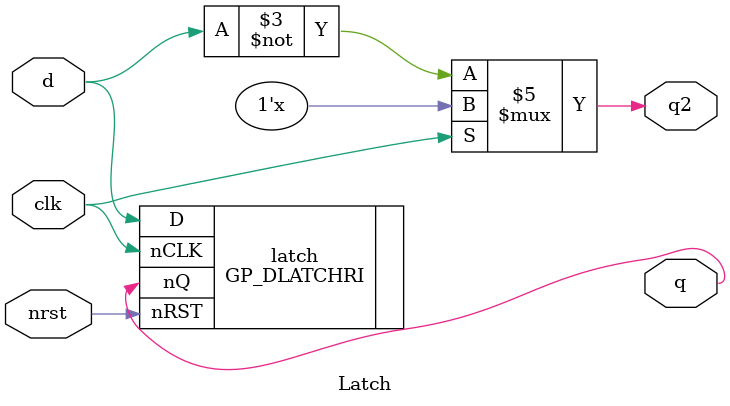
<source format=v>
/***********************************************************************************************************************
 * Copyright (C) 2016 Andrew Zonenberg and contributors                                                                *
 *                                                                                                                     *
 * This program is free software; you can redistribute it and/or modify it under the terms of the GNU Lesser General   *
 * Public License as published by the Free Software Foundation; either version 2.1 of the License, or (at your option) *
 * any later version.                                                                                                  *
 *                                                                                                                     *
 * This program is distributed in the hope that it will be useful, but WITHOUT ANY WARRANTY; without even the implied  *
 * warranty of MERCHANTABILITY or FITNESS FOR A PARTICULAR PURPOSE.  See the GNU Lesser General Public License for     *
 * more details.                                                                                                       *
 *                                                                                                                     *
 * You should have received a copy of the GNU Lesser General Public License along with this program; if not, you may   *
 * find one here:                                                                                                      *
 * https://www.gnu.org/licenses/old-licenses/lgpl-2.1.txt                                                              *
 * or you may search the http://www.gnu.org website for the version 2.1 license, or you may write to the Free Software *
 * Foundation, Inc., 51 Franklin Street, Fifth Floor, Boston, MA  02110-1301, USA                                      *
 **********************************************************************************************************************/

`default_nettype none

module Latch(d, q, q2, clk, nrst);

	////////////////////////////////////////////////////////////////////////////////////////////////////////////////////
	// I/O declarations

	(* LOC = "P3" *)
	input wire d;

	(* LOC = "P4" *)
	output wire q;

	(* LOC = "P5" *)
	input wire clk;

	(* LOC = "P6" *)
	input wire nrst;

	(* LOC = "P7" *)
	output reg q2 = 0;

	////////////////////////////////////////////////////////////////////////////////////////////////////////////////////
	// An inverted flipflop

	GP_DLATCHRI #(
		.INIT(1'b0)
	) latch (
		.D(d),
		.nQ(q),
		.nCLK(clk),
		.nRST(nrst)
	);

	////////////////////////////////////////////////////////////////////////////////////////////////////////////////////
	// A D latch inferred from behavioral verilog

	always @(*) begin
		if(!clk)
			q2 <= ~d;
	end

endmodule

</source>
